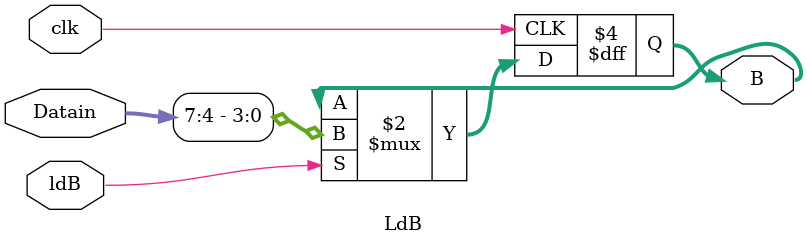
<source format=v>
module LdB(
	B,
	Datain,
	ldB,
	clk
);

output reg [3:0] B;
input wire [11:0] Datain;
input wire ldB;
input wire clk;

always @(posedge clk) begin
	if(ldB)
		B <= Datain[7:4];
end

endmodule
</source>
